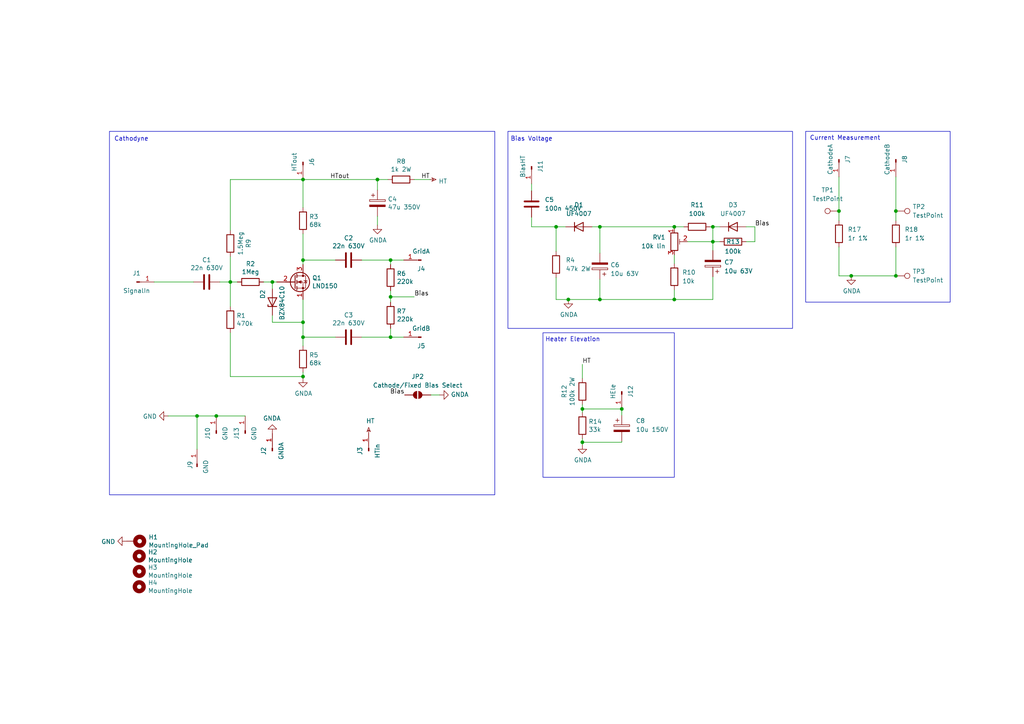
<source format=kicad_sch>
(kicad_sch (version 20250114) (generator "eeschema") (generator_version "9.0")
  (paper "A4")
  (lib_symbols
    (symbol "Cathodyne-rescue:GND-power" (power) (pin_names (offset 0))
      (property "Value" "power_GND" (at 0 -3.81 0))
      (symbol "GND-power_0_1"
        (polyline (pts (xy 0 0) (xy 0 -1.27) (xy 1.27 -1.27) (xy 0 -2.54) (xy -1.27 -1.27) (xy 0 -1.27)))
      )
      (symbol "GND-power_1_1"
        (pin power_in line (at 0 0 270) (length 0) (hide yes) (name "GND") (number "1"))
      )
    )
    (symbol "Cathodyne-rescue:GNDA-power" (power) (pin_names (offset 0))
      (property "Value" "power_GNDA" (at 0 -3.81 0))
      (symbol "GNDA-power_0_1"
        (polyline (pts (xy 0 0) (xy 0 -1.27) (xy 1.27 -1.27) (xy 0 -2.54) (xy -1.27 -1.27) (xy 0 -1.27)))
      )
      (symbol "GNDA-power_1_1"
        (pin power_in line (at 0 0 270) (length 0) (hide yes) (name "GNDA") (number "1"))
      )
    )
    (symbol "Cathodyne-rescue:HT-power" (power) (pin_names (offset 0))
      (property "Value" "power_HT" (at 0 2.286 0))
      (symbol "HT-power_0_0"
        (pin power_in line (at 0 0 90) (length 0) (hide yes) (name "HT") (number "1"))
      )
      (symbol "HT-power_0_1"
        (polyline (pts (xy 0 1.016) (xy 0.508 0.508) (xy 0 1.778) (xy -0.508 0.508) (xy 0 1.016) (xy 0 1.016)))
        (polyline (pts (xy 0 0) (xy 0 1.016) (xy 0 1.016)))
      )
    )
    (symbol "Connector:Conn_01x01_Pin" (pin_names (offset 1.016) (hide yes))
      (property "Reference" "J" (at 0 2.54 0))
      (property "Value" "Conn_01x01_Pin" (at 0 -2.54 0))
      (symbol "Conn_01x01_Pin_1_1"
        (rectangle (start 0.8636 0.127) (end 0 -0.127) (stroke (width 0.1524)) (fill (type outline)))
        (polyline (pts (xy 1.27 0) (xy 0.8636 0)) (stroke (width 0.1524)))
        (pin passive line (at 5.08 0 180) (length 3.81) (name "Pin_1") (number "1"))
      )
    )
    (symbol "Connector:TestPoint" (pin_numbers (hide yes)) (pin_names (offset 0.762) (hide yes))
      (property "Reference" "TP" (at 0 6.858 0))
      (property "Value" "TestPoint" (at 0 5.08 0))
      (symbol "TestPoint_0_1"
        (circle (center 0 3.302) (radius 0.762))
      )
      (symbol "TestPoint_1_1"
        (pin passive line (at 0 0 90) (length 2.54) (name "1") (number "1"))
      )
    )
    (symbol "Device:C" (pin_numbers (hide yes)) (pin_names (offset 0.254))
      (property "Reference" "C" (at 0.635 2.54 0))
      (property "Value" "C" (at 0.635 -2.54 0))
      (symbol "C_0_1"
        (polyline (pts (xy -2.032 0.762) (xy 2.032 0.762)) (stroke (width 0.508)))
        (polyline (pts (xy -2.032 -0.762) (xy 2.032 -0.762)) (stroke (width 0.508)))
      )
      (symbol "C_1_1"
        (pin passive line (at 0 3.81 270) (length 2.794) (name "~") (number "1"))
        (pin passive line (at 0 -3.81 90) (length 2.794) (name "~") (number "2"))
      )
    )
    (symbol "Device:C_Polarized" (pin_numbers (hide yes)) (pin_names (offset 0.254))
      (property "Reference" "C" (at 0.635 2.54 0))
      (property "Value" "C_Polarized" (at 0.635 -2.54 0))
      (symbol "C_Polarized_0_1"
        (rectangle (start -2.286 0.508) (end 2.286 1.016))
        (polyline (pts (xy -1.778 2.286) (xy -0.762 2.286)))
        (polyline (pts (xy -1.27 2.794) (xy -1.27 1.778)))
        (rectangle (start 2.286 -0.508) (end -2.286 -1.016) (fill (type outline)))
      )
      (symbol "C_Polarized_1_1"
        (pin passive line (at 0 3.81 270) (length 2.794) (name "~") (number "1"))
        (pin passive line (at 0 -3.81 90) (length 2.794) (name "~") (number "2"))
      )
    )
    (symbol "Device:D" (pin_numbers (hide yes)) (pin_names (offset 1.016) (hide yes))
      (property "Reference" "D" (at 0 2.54 0))
      (property "Value" "D" (at 0 -2.54 0))
      (symbol "D_0_1"
        (polyline (pts (xy -1.27 1.27) (xy -1.27 -1.27)) (stroke (width 0.254)))
        (polyline (pts (xy 1.27 1.27) (xy 1.27 -1.27) (xy -1.27 0) (xy 1.27 1.27)) (stroke (width 0.254)))
        (polyline (pts (xy 1.27 0) (xy -1.27 0)))
      )
      (symbol "D_1_1"
        (pin passive line (at -3.81 0 0) (length 2.54) (name "K") (number "1"))
        (pin passive line (at 3.81 0 180) (length 2.54) (name "A") (number "2"))
      )
    )
    (symbol "Device:D_Zener" (pin_numbers (hide yes)) (pin_names (offset 1.016) (hide yes))
      (property "Reference" "D" (at 0 2.54 0))
      (property "Value" "D_Zener" (at 0 -2.54 0))
      (symbol "D_Zener_0_1"
        (polyline (pts (xy -1.27 -1.27) (xy -1.27 1.27) (xy -0.762 1.27)) (stroke (width 0.254)))
        (polyline (pts (xy 1.27 0) (xy -1.27 0)))
        (polyline (pts (xy 1.27 -1.27) (xy 1.27 1.27) (xy -1.27 0) (xy 1.27 -1.27)) (stroke (width 0.254)))
      )
      (symbol "D_Zener_1_1"
        (pin passive line (at -3.81 0 0) (length 2.54) (name "K") (number "1"))
        (pin passive line (at 3.81 0 180) (length 2.54) (name "A") (number "2"))
      )
    )
    (symbol "Device:Q_NMOS_SGD" (pin_names (offset 0) (hide yes))
      (property "Reference" "Q" (at 5.08 1.27 0))
      (property "Value" "Q_NMOS_SGD" (at 5.08 -1.27 0))
      (symbol "Q_NMOS_SGD_0_1"
        (polyline (pts (xy 0.254 1.905) (xy 0.254 -1.905)) (stroke (width 0.254)))
        (polyline (pts (xy 0.254 0) (xy -2.54 0)))
        (polyline (pts (xy 0.762 2.286) (xy 0.762 1.27)) (stroke (width 0.254)))
        (polyline (pts (xy 0.762 0.508) (xy 0.762 -0.508)) (stroke (width 0.254)))
        (polyline (pts (xy 0.762 -1.27) (xy 0.762 -2.286)) (stroke (width 0.254)))
        (polyline (pts (xy 0.762 -1.778) (xy 3.302 -1.778) (xy 3.302 1.778) (xy 0.762 1.778)))
        (polyline (pts (xy 1.016 0) (xy 2.032 0.381) (xy 2.032 -0.381) (xy 1.016 0)) (fill (type outline)))
        (circle (center 1.651 0) (radius 2.794) (stroke (width 0.254)))
        (polyline (pts (xy 2.54 2.54) (xy 2.54 1.778)))
        (circle (center 2.54 1.778) (radius 0.254) (fill (type outline)))
        (circle (center 2.54 -1.778) (radius 0.254) (fill (type outline)))
        (polyline (pts (xy 2.54 -2.54) (xy 2.54 0) (xy 0.762 0)))
        (polyline (pts (xy 2.794 0.508) (xy 2.921 0.381) (xy 3.683 0.381) (xy 3.81 0.254)))
        (polyline (pts (xy 3.302 0.381) (xy 2.921 -0.254) (xy 3.683 -0.254) (xy 3.302 0.381)))
      )
      (symbol "Q_NMOS_SGD_1_1"
        (pin input line (at -5.08 0 0) (length 5.08) (name "G") (number "2"))
        (pin passive line (at 2.54 5.08 270) (length 2.54) (name "D") (number "3"))
        (pin passive line (at 2.54 -5.08 90) (length 2.54) (name "S") (number "1"))
      )
    )
    (symbol "Device:R" (pin_numbers (hide yes)) (pin_names (offset 0))
      (property "Reference" "R" (at 2.032 0 90))
      (property "Value" "R" (at 0 0 90))
      (symbol "R_0_1"
        (rectangle (start -1.016 -2.54) (end 1.016 2.54) (stroke (width 0.254)))
      )
      (symbol "R_1_1"
        (pin passive line (at 0 3.81 270) (length 1.27) (name "~") (number "1"))
        (pin passive line (at 0 -3.81 90) (length 1.27) (name "~") (number "2"))
      )
    )
    (symbol "Device:R_Potentiometer_Trim" (pin_names (offset 1.016) (hide yes))
      (property "Reference" "RV" (at -4.445 0 90))
      (property "Value" "R_Potentiometer_Trim" (at -2.54 0 90))
      (symbol "R_Potentiometer_Trim_0_1"
        (rectangle (start 1.016 2.54) (end -1.016 -2.54) (stroke (width 0.254)))
        (polyline (pts (xy 1.524 0.762) (xy 1.524 -0.762)))
        (polyline (pts (xy 2.54 0) (xy 1.524 0)))
      )
      (symbol "R_Potentiometer_Trim_1_1"
        (pin passive line (at 0 3.81 270) (length 1.27) (name "1") (number "1"))
        (pin passive line (at 0 -3.81 90) (length 1.27) (name "3") (number "3"))
        (pin passive line (at 3.81 0 180) (length 1.27) (name "2") (number "2"))
      )
    )
    (symbol "Jumper:SolderJumper_2_Open" (pin_numbers (hide yes)) (pin_names (offset 0) (hide yes)) (exclude_from_sim yes) (in_bom no)
      (property "Reference" "JP" (at 0 2.032 0))
      (property "Value" "SolderJumper_2_Open" (at 0 -2.54 0))
      (symbol "SolderJumper_2_Open_0_1"
        (polyline (pts (xy -0.254 1.016) (xy -0.254 -1.016)))
        (arc (start -0.254 -1.016) (mid -1.2656 0) (end -0.254 1.016))
        (arc (start -0.254 -1.016) (mid -1.2656 0) (end -0.254 1.016) (fill (type outline)))
        (arc (start 0.254 1.016) (mid 1.2656 0) (end 0.254 -1.016))
        (arc (start 0.254 1.016) (mid 1.2656 0) (end 0.254 -1.016) (fill (type outline)))
        (polyline (pts (xy 0.254 1.016) (xy 0.254 -1.016)))
      )
      (symbol "SolderJumper_2_Open_1_1"
        (pin passive line (at -3.81 0 0) (length 2.54) (name "A") (number "1"))
        (pin passive line (at 3.81 0 180) (length 2.54) (name "B") (number "2"))
      )
    )
    (symbol "Mechanical:MountingHole" (pin_names (offset 1.016)) (exclude_from_sim yes) (in_bom no)
      (property "Reference" "H" (at 0 5.08 0))
      (property "Value" "MountingHole" (at 0 3.175 0))
      (symbol "MountingHole_0_1"
        (circle (center 0 0) (radius 1.27) (stroke (width 1.27)))
      )
    )
    (symbol "Mechanical:MountingHole_Pad" (pin_numbers (hide yes)) (pin_names (offset 1.016) (hide yes)) (exclude_from_sim yes) (in_bom no)
      (property "Reference" "H" (at 0 6.35 0))
      (property "Value" "MountingHole_Pad" (at 0 4.445 0))
      (symbol "MountingHole_Pad_0_1"
        (circle (center 0 1.27) (radius 1.27) (stroke (width 1.27)))
      )
      (symbol "MountingHole_Pad_1_1"
        (pin input line (at 0 -2.54 90) (length 2.54) (name "1") (number "1"))
      )
    )
  )
  (rectangle (start 31.75 38.1) (end 143.51 143.51))
  (rectangle (start 233.68 38.1) (end 275.59 87.63))
  (rectangle (start 147.32 38.1) (end 229.87 95.25))
  (rectangle (start 157.48 96.52) (end 195.58 138.43))
  (text "Current Measurement" (at 245.11 40.132 0) (effects (font (size 1.27 1.27))))
  (text "Bias Voltage" (at 154.178 40.386 0) (effects (font (size 1.27 1.27))))
  (text "Cathodyne" (at 38.1 40.386 0) (effects (font (size 1.27 1.27))))
  (text "Heater Elevation" (at 166.116 98.552 0) (effects (font (size 1.27 1.27))))
  (junction (at 62.738 120.65))
  (junction (at 87.884 93.472))
  (junction (at 66.802 81.788))
  (junction (at 113.284 75.438))
  (junction (at 57.15 120.65))
  (junction (at 161.29 65.786))
  (junction (at 180.34 118.618))
  (junction (at 206.756 65.786))
  (junction (at 164.846 86.868))
  (junction (at 113.284 86.106))
  (junction (at 87.884 75.438))
  (junction (at 195.58 86.868))
  (junction (at 87.884 52.07))
  (junction (at 173.99 65.786))
  (junction (at 109.474 52.07))
  (junction (at 259.842 80.01))
  (junction (at 168.91 118.618))
  (junction (at 173.99 86.868))
  (junction (at 168.91 128.27))
  (junction (at 87.884 109.22))
  (junction (at 259.842 61.214))
  (junction (at 206.756 70.104))
  (junction (at 243.332 61.214))
  (junction (at 113.284 97.79))
  (junction (at 195.58 65.786))
  (junction (at 246.888 80.01))
  (junction (at 78.994 81.788))
  (junction (at 87.884 97.79))
  (wire (pts (xy 154.178 65.786) (xy 161.29 65.786)))
  (wire (pts (xy 78.994 91.44) (xy 78.994 93.472)))
  (wire (pts (xy 218.948 70.104) (xy 218.948 65.786)))
  (wire (pts (xy 113.284 86.106) (xy 113.284 87.63)))
  (wire (pts (xy 76.454 81.788) (xy 78.994 81.788)))
  (wire (pts (xy 161.29 65.786) (xy 164.084 65.786)))
  (wire (pts (xy 87.884 109.22) (xy 87.884 109.728)))
  (wire (pts (xy 154.178 53.34) (xy 154.178 55.372)))
  (wire (pts (xy 48.768 120.65) (xy 57.15 120.65)))
  (wire (pts (xy 173.99 65.786) (xy 173.99 73.406)))
  (wire (pts (xy 259.842 51.308) (xy 259.842 61.214)))
  (wire (pts (xy 195.58 65.786) (xy 195.58 66.294)))
  (wire (pts (xy 87.884 107.95) (xy 87.884 109.22)))
  (wire (pts (xy 243.332 80.01) (xy 246.888 80.01)))
  (wire (pts (xy 113.284 97.79) (xy 113.284 95.25)))
  (wire (pts (xy 87.884 93.472) (xy 87.884 97.79)))
  (wire (pts (xy 243.332 51.308) (xy 243.332 61.214)))
  (wire (pts (xy 206.756 65.786) (xy 206.756 70.104)))
  (wire (pts (xy 161.29 86.868) (xy 164.846 86.868)))
  (wire (pts (xy 199.39 70.104) (xy 206.756 70.104)))
  (wire (pts (xy 243.332 61.214) (xy 243.332 64.008)))
  (wire (pts (xy 117.094 75.438) (xy 113.284 75.438)))
  (wire (pts (xy 259.842 71.628) (xy 259.842 80.01)))
  (wire (pts (xy 97.282 75.438) (xy 87.884 75.438)))
  (wire (pts (xy 259.842 61.214) (xy 259.842 64.008)))
  (wire (pts (xy 78.994 81.788) (xy 78.994 83.82)))
  (wire (pts (xy 87.884 75.438) (xy 87.884 67.818)))
  (wire (pts (xy 87.884 76.708) (xy 87.884 75.438)))
  (wire (pts (xy 168.91 128.27) (xy 180.34 128.27)))
  (wire (pts (xy 124.968 114.554) (xy 127.508 114.554)))
  (wire (pts (xy 180.34 120.396) (xy 180.34 118.618)))
  (wire (pts (xy 109.474 55.118) (xy 109.474 52.07)))
  (wire (pts (xy 57.15 130.302) (xy 57.15 120.65)))
  (wire (pts (xy 195.58 84.074) (xy 195.58 86.868)))
  (wire (pts (xy 168.91 117.348) (xy 168.91 118.618)))
  (wire (pts (xy 161.29 65.786) (xy 161.29 72.898)))
  (wire (pts (xy 97.282 97.79) (xy 87.884 97.79)))
  (wire (pts (xy 113.284 86.106) (xy 113.284 84.328)))
  (wire (pts (xy 180.34 128.27) (xy 180.34 128.016)))
  (wire (pts (xy 66.802 81.788) (xy 68.834 81.788)))
  (wire (pts (xy 173.99 81.026) (xy 173.99 86.868)))
  (wire (pts (xy 168.91 128.27) (xy 168.91 129.032)))
  (wire (pts (xy 78.994 93.472) (xy 87.884 93.472)))
  (wire (pts (xy 216.408 65.786) (xy 218.948 65.786)))
  (wire (pts (xy 205.994 65.786) (xy 206.756 65.786)))
  (wire (pts (xy 104.902 75.438) (xy 113.284 75.438)))
  (wire (pts (xy 66.802 52.07) (xy 66.802 66.802)))
  (wire (pts (xy 44.704 81.788) (xy 56.134 81.788)))
  (wire (pts (xy 168.91 105.664) (xy 168.91 109.728)))
  (wire (pts (xy 171.704 65.786) (xy 173.99 65.786)))
  (wire (pts (xy 113.284 86.106) (xy 120.142 86.106)))
  (wire (pts (xy 161.29 80.518) (xy 161.29 86.868)))
  (wire (pts (xy 195.58 65.786) (xy 198.374 65.786)))
  (wire (pts (xy 66.802 96.52) (xy 66.802 109.22)))
  (wire (pts (xy 154.178 62.992) (xy 154.178 65.786)))
  (wire (pts (xy 206.756 70.104) (xy 206.756 72.644)))
  (wire (pts (xy 206.756 65.786) (xy 208.788 65.786)))
  (wire (pts (xy 206.756 70.104) (xy 208.788 70.104)))
  (wire (pts (xy 87.884 52.07) (xy 66.802 52.07)))
  (wire (pts (xy 117.094 97.79) (xy 113.284 97.79)))
  (wire (pts (xy 164.846 86.868) (xy 173.99 86.868)))
  (wire (pts (xy 66.802 81.788) (xy 66.802 88.9)))
  (wire (pts (xy 216.408 70.104) (xy 218.948 70.104)))
  (wire (pts (xy 87.884 97.79) (xy 87.884 100.33)))
  (wire (pts (xy 87.884 86.868) (xy 87.884 93.472)))
  (wire (pts (xy 168.91 118.618) (xy 168.91 119.634)))
  (wire (pts (xy 173.99 65.786) (xy 195.58 65.786)))
  (wire (pts (xy 87.884 52.07) (xy 87.884 60.198)))
  (wire (pts (xy 109.474 52.07) (xy 112.522 52.07)))
  (wire (pts (xy 66.802 74.422) (xy 66.802 81.788)))
  (wire (pts (xy 62.738 120.65) (xy 71.12 120.65)))
  (wire (pts (xy 206.756 86.868) (xy 206.756 80.264)))
  (wire (pts (xy 180.34 118.618) (xy 168.91 118.618)))
  (wire (pts (xy 78.994 81.788) (xy 80.264 81.788)))
  (wire (pts (xy 195.58 73.914) (xy 195.58 76.454)))
  (wire (pts (xy 243.332 71.628) (xy 243.332 80.01)))
  (wire (pts (xy 109.474 65.278) (xy 109.474 62.738)))
  (wire (pts (xy 63.754 81.788) (xy 66.802 81.788)))
  (wire (pts (xy 173.99 86.868) (xy 195.58 86.868)))
  (wire (pts (xy 113.284 75.438) (xy 113.284 76.708)))
  (wire (pts (xy 87.884 52.07) (xy 109.474 52.07)))
  (wire (pts (xy 195.58 86.868) (xy 206.756 86.868)))
  (wire (pts (xy 120.142 52.07) (xy 124.714 52.07)))
  (wire (pts (xy 66.802 109.22) (xy 87.884 109.22)))
  (wire (pts (xy 246.888 80.01) (xy 259.842 80.01)))
  (wire (pts (xy 104.902 97.79) (xy 113.284 97.79)))
  (wire (pts (xy 168.91 127.254) (xy 168.91 128.27)))
  (wire (pts (xy 57.15 120.65) (xy 62.738 120.65)))
  (label "HT" (at 168.91 105.664 0))
  (label "HTout" (at 95.758 52.07 0))
  (label "Bias" (at 218.948 65.786 0))
  (label "HT" (at 122.174 52.07 0))
  (label "Bias" (at 117.348 114.554 180))
  (label "Bias" (at 120.142 86.106 0))
  (symbol (lib_id "Device:R") (at 66.802 92.71 0) (unit 1)
    (property "Reference" "R1" (at 68.58 91.5416 0) (effects (justify left)))
    (property "Value" "470k" (at 68.58 93.853 0) (effects (justify left)))
    (property "Footprint" "Library:R_Axial_DIN0207_L6.3mm_D2.5mm_P7.62mm_Horizontal_TC" (effects (hide yes)))
    (property "MPN" "1712-LR1F470KCT-ND" (effects (hide yes)))
  )
  (symbol (lib_id "Device:R") (at 72.644 81.788 270) (unit 1)
    (property "Reference" "R2" (at 72.644 76.5302 90))
    (property "Value" "1Meg" (at 72.644 78.8416 90))
    (property "Footprint" "Library:R_Axial_DIN0207_L6.3mm_D2.5mm_P7.62mm_Horizontal_TC" (effects (hide yes)))
    (property "MPN" "A105954CT-ND" (effects (hide yes)))
  )
  (symbol (lib_id "Device:R") (at 87.884 104.14 0) (unit 1)
    (property "Reference" "R5" (at 89.662 102.9716 0) (effects (justify left)))
    (property "Value" "68k" (at 89.662 105.283 0) (effects (justify left)))
    (property "Footprint" "Library:R_Axial_DIN0207_L6.3mm_D2.5mm_P7.62mm_Horizontal_TC" (effects (hide yes)))
    (property "MPN" "1712-LR1F68KCT-ND" (effects (hide yes)))
  )
  (symbol (lib_id "Device:R") (at 87.884 64.008 0) (unit 1)
    (property "Reference" "R3" (at 89.662 62.8396 0) (effects (justify left)))
    (property "Value" "68k" (at 89.662 65.151 0) (effects (justify left)))
    (property "Footprint" "Library:R_Axial_DIN0207_L6.3mm_D2.5mm_P7.62mm_Horizontal_TC" (effects (hide yes)))
    (property "MPN" "1712-LR1F68KCT-ND" (effects (hide yes)))
  )
  (symbol (lib_id "Device:R") (at 113.284 80.518 0) (unit 1)
    (property "Reference" "R6" (at 115.062 79.3496 0) (effects (justify left)))
    (property "Value" "220k" (at 115.062 81.661 0) (effects (justify left)))
    (property "Footprint" "Library:R_Axial_DIN0207_L6.3mm_D2.5mm_P7.62mm_Horizontal_TC" (effects (hide yes)))
    (property "MPN" "1712-LR1F220KCT-ND" (effects (hide yes)))
  )
  (symbol (lib_id "Device:R") (at 113.284 91.44 0) (unit 1)
    (property "Reference" "R7" (at 115.062 90.2716 0) (effects (justify left)))
    (property "Value" "220k" (at 115.062 92.583 0) (effects (justify left)))
    (property "Footprint" "Library:R_Axial_DIN0207_L6.3mm_D2.5mm_P7.62mm_Horizontal_TC" (effects (hide yes)))
    (property "MPN" "1712-LR1F220KCT-ND" (effects (hide yes)))
  )
  (symbol (lib_id "Device:C") (at 59.944 81.788 270) (unit 1)
    (property "Reference" "C1" (at 59.944 75.3872 90))
    (property "Value" "22n 630V" (at 59.944 77.6986 90))
    (property "Footprint" "Capacitor_THT:C_Rect_L13.0mm_W4.0mm_P10.00mm_FKS3_FKP3_MKS4" (effects (hide yes)))
    (property "MPN" "1928-MKS4J022203C00KSSD-ND" (effects (hide yes)))
  )
  (symbol (lib_id "Device:C") (at 101.092 97.79 270) (unit 1)
    (property "Reference" "C3" (at 101.092 91.3892 90))
    (property "Value" "22n 630V" (at 101.092 93.7006 90))
    (property "Footprint" "Capacitor_THT:C_Rect_L13.0mm_W4.0mm_P10.00mm_FKS3_FKP3_MKS4" (effects (hide yes)))
    (property "MPN" "1928-MKS4J022203C00KSSD-ND" (effects (hide yes)))
  )
  (symbol (lib_id "Device:C") (at 101.092 75.438 270) (unit 1)
    (property "Reference" "C2" (at 101.092 69.0372 90))
    (property "Value" "22n 630V" (at 101.092 71.3486 90))
    (property "Footprint" "Capacitor_THT:C_Rect_L13.0mm_W4.0mm_P10.00mm_FKS3_FKP3_MKS4" (effects (hide yes)))
    (property "MPN" "1928-MKS4J022203C00KSSD-ND" (effects (hide yes)))
  )
  (symbol (lib_id "Device:Q_NMOS_SGD") (at 85.344 81.788 0) (unit 1)
    (property "Reference" "Q1" (at 90.5256 80.6196 0) (effects (justify left)))
    (property "Value" "LND150" (at 90.5256 82.931 0) (effects (justify left)))
    (property "Footprint" "Package_TO_SOT_THT:TO-92_HandSolder" (effects (hide yes)))
    (property "MPN" "LND150N3-G-ND" (effects (hide yes)))
  )
  (symbol (lib_id "Cathodyne-rescue:GNDA-power") (at 87.884 109.728 0) (unit 1)
    (property "Reference" "#PWR03" (effects (hide yes)))
    (property "Value" "GNDA" (at 88.011 114.1222 0))
  )
  (symbol (lib_id "Cathodyne-rescue:GNDA-power") (at 127.508 114.554 90) (unit 1)
    (property "Reference" "#PWR05" (effects (hide yes)))
    (property "Value" "GNDA" (at 130.7592 114.427 90) (effects (justify right)))
  )
  (symbol (lib_id "Cathodyne-rescue:HT-power") (at 124.714 52.07 270) (unit 1)
    (property "Reference" "#PWR02" (effects (hide yes)))
    (property "Value" "HT" (at 127.2032 52.578 90) (effects (justify left)))
  )
  (symbol (lib_id "Connector:Conn_01x01_Pin") (at 122.174 75.438 180) (unit 1)
    (property "Reference" "J4" (at 122.174 77.978 0))
    (property "Value" "GridA" (at 122.174 72.898 0))
    (property "Footprint" "Connector_Wire:SolderWire-0.5sqmm_1x01_D0.9mm_OD2.1mm" (effects (hide yes)))
    (property "Description" "Generic connector, single row, 01x01, script generated" (effects (hide yes)))
  )
  (symbol (lib_id "Connector:Conn_01x01_Pin") (at 122.174 97.79 180) (unit 1)
    (property "Reference" "J5" (at 122.174 100.33 0))
    (property "Value" "GridB" (at 122.174 95.25 0))
    (property "Footprint" "Connector_Wire:SolderWire-0.5sqmm_1x01_D0.9mm_OD2.1mm" (effects (hide yes)))
    (property "Description" "Generic connector, single row, 01x01, script generated" (effects (hide yes)))
  )
  (symbol (lib_id "Connector:Conn_01x01_Pin") (at 78.994 130.81 90) (unit 1)
    (property "Reference" "J2" (at 76.454 130.81 0))
    (property "Value" "GNDA" (at 81.534 130.81 0))
    (property "Footprint" "Connector_Wire:SolderWire-0.5sqmm_1x01_D0.9mm_OD2.1mm" (effects (hide yes)))
    (property "Description" "Generic connector, single row, 01x01, script generated" (effects (hide yes)))
  )
  (symbol (lib_id "Connector:Conn_01x01_Pin") (at 106.934 130.81 90) (unit 1)
    (property "Reference" "J3" (at 104.394 130.81 0))
    (property "Value" "HTin" (at 109.474 130.81 0))
    (property "Footprint" "Connector_Wire:SolderWire-0.5sqmm_1x01_D0.9mm_OD2.1mm" (effects (hide yes)))
    (property "Description" "Generic connector, single row, 01x01, script generated" (effects (hide yes)))
  )
  (symbol (lib_id "Mechanical:MountingHole") (at 40.386 170.18 0) (unit 1)
    (property "Reference" "H4" (at 42.926 169.0116 0) (effects (justify left)))
    (property "Value" "MountingHole" (at 42.926 171.323 0) (effects (justify left)))
    (property "Footprint" "MountingHole:MountingHole_3.2mm_M3" (effects (hide yes)))
  )
  (symbol (lib_id "Mechanical:MountingHole") (at 40.386 165.735 0) (unit 1)
    (property "Reference" "H3" (at 42.926 164.5666 0) (effects (justify left)))
    (property "Value" "MountingHole" (at 42.926 166.878 0) (effects (justify left)))
    (property "Footprint" "MountingHole:MountingHole_3.2mm_M3" (effects (hide yes)))
  )
  (symbol (lib_id "Mechanical:MountingHole") (at 40.386 161.29 0) (unit 1)
    (property "Reference" "H2" (at 42.926 160.1216 0) (effects (justify left)))
    (property "Value" "MountingHole" (at 42.926 162.433 0) (effects (justify left)))
    (property "Footprint" "MountingHole:MountingHole_3.2mm_M3" (effects (hide yes)))
  )
  (symbol (lib_id "Mechanical:MountingHole_Pad") (at 39.243 156.972 270) (unit 1)
    (property "Reference" "H1" (at 43.053 155.8036 90) (effects (justify left)))
    (property "Value" "MountingHole_Pad" (at 43.053 158.115 90) (effects (justify left)))
    (property "Footprint" "MountingHole:MountingHole_3.2mm_M3_Pad_Via" (effects (hide yes)))
  )
  (symbol (lib_id "Cathodyne-rescue:GNDA-power") (at 78.994 125.73 180) (unit 1)
    (property "Reference" "#PWR01" (effects (hide yes)))
    (property "Value" "GNDA" (at 78.867 121.3358 0))
  )
  (symbol (lib_id "Cathodyne-rescue:HT-power") (at 106.934 125.73 0) (unit 1)
    (property "Reference" "#PWR04" (effects (hide yes)))
    (property "Value" "HT" (at 107.442 122.0978 0))
  )
  (symbol (lib_id "Connector:Conn_01x01_Pin") (at 39.624 81.788 0) (unit 1)
    (property "Reference" "J1" (at 39.624 79.248 0))
    (property "Value" "SignalIn" (at 39.624 84.328 0))
    (property "Footprint" "Connector_Wire:SolderWire-0.5sqmm_1x01_D0.9mm_OD2.1mm" (effects (hide yes)))
    (property "Description" "Generic connector, single row, 01x01, script generated" (effects (hide yes)))
  )
  (symbol (lib_id "Cathodyne-rescue:GND-power") (at 36.703 156.972 270) (unit 1)
    (property "Reference" "#PWR06" (effects (hide yes)))
    (property "Value" "GND" (at 33.4518 157.099 90) (effects (justify right)))
  )
  (symbol (lib_id "Device:C_Polarized") (at 109.474 58.928 0) (unit 1)
    (property "Reference" "C4" (at 112.4712 57.7596 0) (effects (justify left)))
    (property "Value" "47u 350V" (at 112.4712 60.071 0) (effects (justify left)))
    (property "Footprint" "Capacitor_THT:CP_Radial_D12.5mm_P5.00mm" (effects (hide yes)))
    (property "Description" "Polarized capacitor" (effects (hide yes)))
    (property "MPN" "493-4839-1-ND" (effects (hide yes)))
  )
  (symbol (lib_id "Device:R") (at 116.332 52.07 270) (unit 1)
    (property "Reference" "R8" (at 116.332 46.8122 90))
    (property "Value" "1k 2W" (at 116.332 49.1236 90))
    (property "Footprint" "Resistor_THT:R_Axial_DIN0309_L9.0mm_D3.2mm_P12.70mm_Horizontal" (effects (hide yes)))
    (property "MPN" "A138277CT-ND" (effects (hide yes)))
  )
  (symbol (lib_id "Cathodyne-rescue:GNDA-power") (at 109.474 65.278 0) (unit 1)
    (property "Reference" "#PWR07" (effects (hide yes)))
    (property "Value" "GNDA" (at 109.601 69.6722 0))
  )
  (symbol (lib_id "Connector:Conn_01x01_Pin") (at 87.884 46.99 270) (unit 1)
    (property "Reference" "J6" (at 90.424 46.99 0))
    (property "Value" "HTout" (at 85.344 46.99 0))
    (property "Footprint" "Connector_Wire:SolderWire-0.5sqmm_1x01_D0.9mm_OD2.1mm" (effects (hide yes)))
    (property "Description" "Generic connector, single row, 01x01, script generated" (effects (hide yes)))
  )
  (symbol (lib_id "Device:R") (at 66.802 70.612 180) (unit 1)
    (property "Reference" "R9" (at 72.0598 70.612 90))
    (property "Value" "1.5Meg" (at 69.7484 70.612 90))
    (property "Footprint" "Library:R_Axial_DIN0207_L6.3mm_D2.5mm_P7.62mm_Horizontal_TC" (effects (hide yes)))
    (property "MPN" "BC3622CT-ND" (effects (hide yes)))
  )
  (symbol (lib_id "Cathodyne-rescue:GND-power") (at 48.768 120.65 270) (unit 1)
    (property "Reference" "#PWR0101" (effects (hide yes)))
    (property "Value" "GND" (at 45.5168 120.777 90) (effects (justify right)))
  )
  (symbol (lib_id "Connector:Conn_01x01_Pin") (at 62.738 125.73 90) (unit 1)
    (property "Reference" "J10" (at 60.198 125.73 0))
    (property "Value" "GND" (at 65.278 125.73 0))
    (property "Footprint" "Connector_Wire:SolderWire-0.5sqmm_1x01_D0.9mm_OD2.1mm" (effects (hide yes)))
    (property "Description" "Generic connector, single row, 01x01, script generated" (effects (hide yes)))
  )
  (symbol (lib_id "Connector:Conn_01x01_Pin") (at 57.15 135.382 90) (unit 1)
    (property "Reference" "J9" (at 55.118 134.874 0))
    (property "Value" "GND" (at 59.69 135.382 0))
    (property "Footprint" "Connector_Wire:SolderWire-0.5sqmm_1x01_D0.9mm_OD2.1mm" (effects (hide yes)))
    (property "Description" "Generic connector, single row, 01x01, script generated" (effects (hide yes)))
  )
  (symbol (lib_id "Jumper:SolderJumper_2_Open") (at 121.158 114.554 180) (unit 1) (exclude_from_sim yes) (in_bom no)
    (property "Reference" "JP2" (at 121.158 109.22 0))
    (property "Value" "Cathode/Fixed Bias Select" (at 121.158 111.76 0))
    (property "Footprint" "Jumper:SolderJumper-2_P1.3mm_Open_RoundedPad1.0x1.5mm" (effects (hide yes)))
    (property "Description" "Solder Jumper, 2-pole, open" (effects (hide yes)))
  )
  (symbol (lib_id "Connector:Conn_01x01_Pin") (at 71.12 125.73 90) (unit 1)
    (property "Reference" "J13" (at 68.58 125.73 0))
    (property "Value" "GND" (at 73.66 125.73 0))
    (property "Footprint" "Connector_Wire:SolderWire-0.5sqmm_1x01_D0.9mm_OD2.1mm" (effects (hide yes)))
    (property "Description" "Generic connector, single row, 01x01, script generated" (effects (hide yes)))
  )
  (symbol (lib_id "Device:C_Polarized") (at 206.756 76.454 180) (unit 1)
    (property "Reference" "C7" (at 210.058 76.0729 0) (effects (justify right)))
    (property "Value" "10u 63V" (at 210.058 78.6129 0) (effects (justify right)))
    (property "Footprint" "Capacitor_THT:CP_Radial_D5.0mm_P2.50mm" (effects (hide yes)))
    (property "Description" "Polarized capacitor" (effects (hide yes)))
    (property "MPN" "399-18269-1-ND" (effects (hide yes)))
  )
  (symbol (lib_id "Device:R") (at 243.332 67.818 0) (unit 1)
    (property "Reference" "R17" (at 245.872 66.5479 0) (effects (justify left)))
    (property "Value" "1r 1%" (at 245.872 69.0879 0) (effects (justify left)))
    (property "Footprint" "Library:R_Axial_DIN0207_L6.3mm_D2.5mm_P7.62mm_Horizontal_TC" (effects (hide yes)))
    (property "Description" "Resistor" (effects (hide yes)))
    (property "MPN" "1712-LR1F1R0CT-ND" (effects (hide yes)))
  )
  (symbol (lib_id "Device:R") (at 212.598 70.104 90) (unit 1)
    (property "Reference" "R13" (at 212.598 70.104 90))
    (property "Value" "100k" (at 212.598 72.898 90))
    (property "Footprint" "Library:R_Axial_DIN0207_L6.3mm_D2.5mm_P7.62mm_Horizontal_TC" (effects (hide yes)))
    (property "Description" "Resistor" (effects (hide yes)))
    (property "MPN" "A105945CT-ND" (effects (hide yes)))
  )
  (symbol (lib_id "Device:C_Polarized") (at 173.99 77.216 180) (unit 1)
    (property "Reference" "C6" (at 177.038 76.8349 0) (effects (justify right)))
    (property "Value" "10u 63V" (at 177.038 79.3749 0) (effects (justify right)))
    (property "Footprint" "Capacitor_THT:CP_Radial_D5.0mm_P2.50mm" (effects (hide yes)))
    (property "Description" "Polarized capacitor" (effects (hide yes)))
    (property "MPN" "399-18269-1-ND" (effects (hide yes)))
  )
  (symbol (lib_id "Device:R") (at 202.184 65.786 90) (unit 1)
    (property "Reference" "R11" (at 202.184 59.436 90))
    (property "Value" "100k" (at 202.184 61.976 90))
    (property "Footprint" "Library:R_Axial_DIN0207_L6.3mm_D2.5mm_P7.62mm_Horizontal_TC" (effects (hide yes)))
    (property "Description" "Resistor" (effects (hide yes)))
    (property "MPN" "A105945CT-ND" (effects (hide yes)))
  )
  (symbol (lib_id "Connector:Conn_01x01_Pin") (at 243.332 46.228 270) (unit 1)
    (property "Reference" "J7" (at 245.872 46.228 0))
    (property "Value" "CathodeA" (at 240.792 46.228 0))
    (property "Footprint" "Connector_Wire:SolderWire-0.5sqmm_1x01_D0.9mm_OD2.1mm" (effects (hide yes)))
    (property "Description" "Generic connector, single row, 01x01, script generated" (effects (hide yes)))
  )
  (symbol (lib_id "Connector:Conn_01x01_Pin") (at 154.178 48.26 270) (unit 1)
    (property "Reference" "J11" (at 156.718 48.26 0))
    (property "Value" "BiasHT" (at 151.638 48.26 0))
    (property "Footprint" "Connector_Wire:SolderWire-0.5sqmm_1x01_D0.9mm_OD2.1mm" (effects (hide yes)))
    (property "Description" "Generic connector, single row, 01x01, script generated" (effects (hide yes)))
  )
  (symbol (lib_id "Device:C") (at 154.178 59.182 0) (unit 1)
    (property "Reference" "C5" (at 157.988 57.9119 0) (effects (justify left)))
    (property "Value" "100n 450V" (at 157.988 60.4519 0) (effects (justify left)))
    (property "Footprint" "Capacitor_THT:C_Rect_L18.0mm_W8.0mm_P15.00mm_FKS3_FKP3" (effects (hide yes)))
    (property "Description" "Unpolarized capacitor" (effects (hide yes)))
    (property "MPN" "399-12597-ND" (effects (hide yes)))
  )
  (symbol (lib_id "Device:D") (at 167.894 65.786 0) (unit 1)
    (property "Reference" "D1" (at 167.894 59.436 0))
    (property "Value" "UF4007" (at 167.894 61.976 0))
    (property "Footprint" "Diode_THT:D_DO-35_SOD27_P2.54mm_Vertical_AnodeUp" (effects (hide yes)))
    (property "Description" "Diode" (effects (hide yes)))
    (property "Sim.Device" "D" (effects (hide yes)))
    (property "Sim.Pins" "1=K 2=A" (effects (hide yes)))
    (property "MPN" "4878-UF4007CT-ND" (effects (hide yes)))
  )
  (symbol (lib_id "Connector:TestPoint") (at 243.332 61.214 90) (unit 1)
    (property "Reference" "TP1" (at 240.03 55.118 90))
    (property "Value" "TestPoint" (at 240.03 57.658 90))
    (property "Footprint" "TestPoint:TestPoint_Keystone_5005-5009_Compact" (effects (hide yes)))
    (property "Description" "test point" (effects (hide yes)))
  )
  (symbol (lib_id "Device:C_Polarized") (at 180.34 124.206 0) (unit 1)
    (property "Reference" "C8" (at 184.404 122.0469 0) (effects (justify left)))
    (property "Value" "10u 150V" (at 184.404 124.5869 0) (effects (justify left)))
    (property "Footprint" "Capacitor_THT:CP_Radial_D8.0mm_P3.50mm" (effects (hide yes)))
    (property "Description" "Polarized capacitor" (effects (hide yes)))
    (property "MPN" "493-12828-1-ND " (effects (hide yes)))
  )
  (symbol (lib_id "Device:D_Zener") (at 78.994 87.63 90) (unit 1)
    (property "Reference" "D2" (at 76.2 85.344 0))
    (property "Value" "BZX84C10" (at 81.788 87.884 0))
    (property "Footprint" "Diode_THT:D_A-405_P7.62mm_Horizontal" (effects (hide yes)))
    (property "Description" "Zener diode" (effects (hide yes)))
    (property "MPN" "1514-1N4104TRPBFREECT-ND" (effects (hide yes)))
  )
  (symbol (lib_id "Connector:TestPoint") (at 259.842 80.01 270) (unit 1)
    (property "Reference" "TP3" (at 264.668 78.7399 90) (effects (justify left)))
    (property "Value" "TestPoint" (at 264.668 81.2799 90) (effects (justify left)))
    (property "Footprint" "TestPoint:TestPoint_Keystone_5005-5009_Compact" (effects (hide yes)))
    (property "Description" "test point" (effects (hide yes)))
  )
  (symbol (lib_id "Cathodyne-rescue:GNDA-power") (at 246.888 80.01 0) (unit 1)
    (property "Reference" "#PWR09" (effects (hide yes)))
    (property "Value" "GNDA" (at 247.015 84.4042 0))
  )
  (symbol (lib_id "Connector:Conn_01x01_Pin") (at 180.34 113.538 270) (unit 1)
    (property "Reference" "J12" (at 182.88 113.538 0))
    (property "Value" "HEle" (at 177.8 113.538 0))
    (property "Footprint" "Connector_Wire:SolderWire-0.5sqmm_1x01_D0.9mm_OD2.1mm" (effects (hide yes)))
    (property "Description" "Generic connector, single row, 01x01, script generated" (effects (hide yes)))
  )
  (symbol (lib_id "Device:R") (at 259.842 67.818 0) (unit 1)
    (property "Reference" "R18" (at 262.382 66.5479 0) (effects (justify left)))
    (property "Value" "1r 1%" (at 262.382 69.0879 0) (effects (justify left)))
    (property "Footprint" "Library:R_Axial_DIN0207_L6.3mm_D2.5mm_P7.62mm_Horizontal_TC" (effects (hide yes)))
    (property "Description" "Resistor" (effects (hide yes)))
    (property "MPN" "1712-LR1F1R0CT-ND" (effects (hide yes)))
  )
  (symbol (lib_id "Device:D") (at 212.598 65.786 0) (unit 1)
    (property "Reference" "D3" (at 212.598 59.436 0))
    (property "Value" "UF4007" (at 212.598 61.976 0))
    (property "Footprint" "Diode_THT:D_DO-35_SOD27_P2.54mm_Vertical_AnodeUp" (effects (hide yes)))
    (property "Description" "Diode" (effects (hide yes)))
    (property "Sim.Device" "D" (effects (hide yes)))
    (property "Sim.Pins" "1=K 2=A" (effects (hide yes)))
    (property "MPN" "4878-UF4007CT-ND" (effects (hide yes)))
  )
  (symbol (lib_id "Device:R_Potentiometer_Trim") (at 195.58 70.104 0) (unit 1)
    (property "Reference" "RV1" (at 193.04 68.8339 0) (effects (justify right)))
    (property "Value" "10k lin" (at 193.04 71.3739 0) (effects (justify right)))
    (property "Footprint" "Potentiometer_THT:Potentiometer_Bourns_3296X_Horizontal" (effects (hide yes)))
    (property "Description" "Trim-potentiometer" (effects (hide yes)))
    (property "MPN" "3296X-503LF-ND" (effects (hide yes)))
  )
  (symbol (lib_id "Cathodyne-rescue:GNDA-power") (at 168.91 129.032 0) (unit 1)
    (property "Reference" "#PWR010" (effects (hide yes)))
    (property "Value" "GNDA" (at 169.037 133.4262 0))
  )
  (symbol (lib_id "Cathodyne-rescue:GNDA-power") (at 164.846 86.868 0) (unit 1)
    (property "Reference" "#PWR08" (effects (hide yes)))
    (property "Value" "GNDA" (at 164.973 91.2622 0))
  )
  (symbol (lib_id "Device:R") (at 168.91 113.538 0) (unit 1)
    (property "Reference" "R12" (at 163.6522 113.538 90))
    (property "Value" "100k 2W" (at 165.9636 113.538 90))
    (property "Footprint" "Resistor_THT:R_Axial_DIN0309_L9.0mm_D3.2mm_P12.70mm_Horizontal" (effects (hide yes)))
    (property "MPN" "A131612CT-ND" (effects (hide yes)))
  )
  (symbol (lib_id "Device:R") (at 168.91 123.444 0) (unit 1)
    (property "Reference" "R14" (at 170.688 122.2756 0) (effects (justify left)))
    (property "Value" "33k" (at 170.688 124.587 0) (effects (justify left)))
    (property "Footprint" "Library:R_Axial_DIN0207_L6.3mm_D2.5mm_P7.62mm_Horizontal_TC" (effects (hide yes)))
    (property "MPN" "1712-LR1F33KCT-ND" (effects (hide yes)))
  )
  (symbol (lib_id "Device:R") (at 161.29 76.708 0) (unit 1)
    (property "Reference" "R4" (at 164.084 75.4379 0) (effects (justify left)))
    (property "Value" "47k 2W" (at 164.084 77.9779 0) (effects (justify left)))
    (property "Footprint" "Resistor_THT:R_Axial_DIN0309_L9.0mm_D3.2mm_P5.08mm_Vertical" (effects (hide yes)))
    (property "Description" "Resistor" (effects (hide yes)))
    (property "MPN" "A138333CT-ND" (effects (hide yes)))
  )
  (symbol (lib_id "Device:R") (at 195.58 80.264 0) (unit 1)
    (property "Reference" "R10" (at 197.866 78.9939 0) (effects (justify left)))
    (property "Value" "10k" (at 197.866 81.5339 0) (effects (justify left)))
    (property "Footprint" "Library:R_Axial_DIN0207_L6.3mm_D2.5mm_P7.62mm_Horizontal_TC" (effects (hide yes)))
    (property "Description" "Resistor" (effects (hide yes)))
    (property "MPN" "A105947CT-ND" (effects (hide yes)))
  )
  (symbol (lib_id "Connector:Conn_01x01_Pin") (at 259.842 46.228 270) (unit 1)
    (property "Reference" "J8" (at 262.382 46.228 0))
    (property "Value" "CathodeB" (at 257.302 46.228 0))
    (property "Footprint" "Connector_Wire:SolderWire-0.5sqmm_1x01_D0.9mm_OD2.1mm" (effects (hide yes)))
    (property "Description" "Generic connector, single row, 01x01, script generated" (effects (hide yes)))
  )
  (symbol (lib_id "Connector:TestPoint") (at 259.842 61.214 270) (unit 1)
    (property "Reference" "TP2" (at 264.668 59.9439 90) (effects (justify left)))
    (property "Value" "TestPoint" (at 264.668 62.4839 90) (effects (justify left)))
    (property "Footprint" "TestPoint:TestPoint_Keystone_5005-5009_Compact" (effects (hide yes)))
    (property "Description" "test point" (effects (hide yes)))
  )
)
</source>
